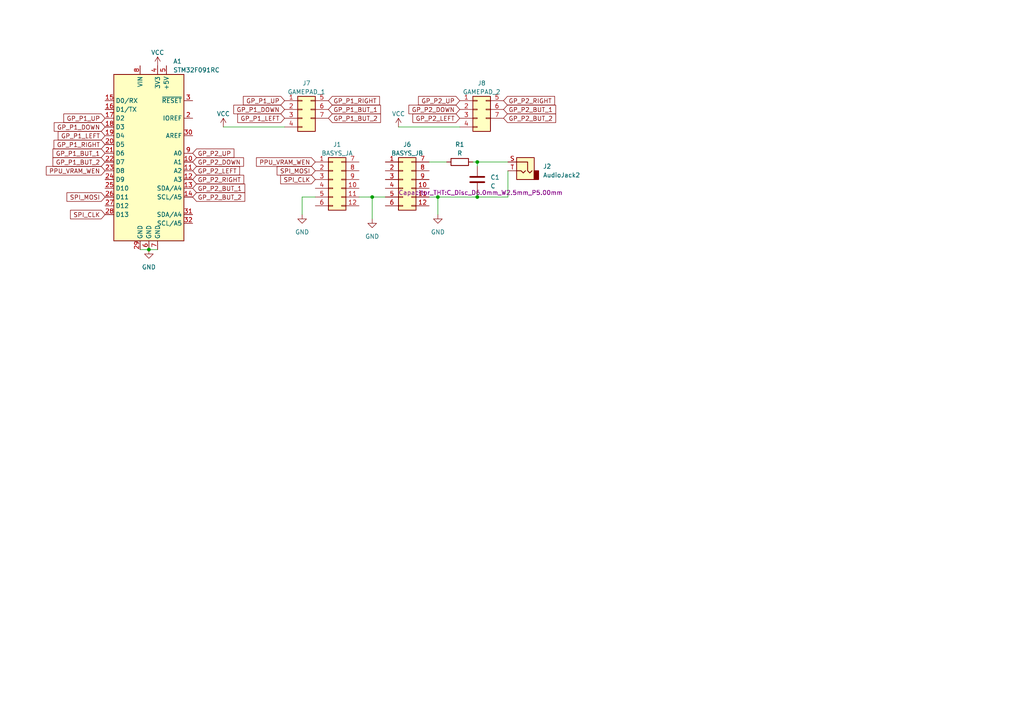
<source format=kicad_sch>
(kicad_sch (version 20230121) (generator eeschema)
  (paper "A4")
  (lib_symbols
    (symbol "Connector_Audio:AudioJack2"
      (property "Reference" "J" (at 0 8.89 0))
      (property "Value" "AudioJack2" (at 0 6.35 0))
      (symbol "AudioJack2_0_1"
        (rectangle (start -3.81 0) (end -2.54 -2.54) (stroke (width 0.254)) (fill (type outline)))
        (rectangle (start -2.54 3.81) (end 2.54 -2.54) (stroke (width 0.254)) (fill (type background)))
        (polyline (pts (xy 0 0) (xy 0.635 -0.635) (xy 1.27 0) (xy 2.54 0)) (stroke (width 0.254)))
        (polyline (pts (xy 2.54 2.54) (xy -0.635 2.54) (xy -0.635 0) (xy -1.27 -0.635) (xy -1.905 0)) (stroke (width 0.254)))
      )
      (symbol "AudioJack2_1_1"
        (pin passive line (at 5.08 2.54 180) (length 2.54) (name "~") (number "S"))
        (pin passive line (at 5.08 0 180) (length 2.54) (name "~") (number "T"))
      )
    )
    (symbol "Connector_Generic:Conn_02x04_Top_Bottom" (pin_names (offset 1.016) hide)
      (property "Reference" "J7" (at 1.27 7.62 0))
      (property "Value" "Conn_02x04_Top_Bottom" (at 1.27 5.08 0))
      (symbol "Conn_02x04_Top_Bottom_1_1"
        (rectangle (start -1.27 -4.953) (end 0 -5.207) (stroke (width 0.1524)))
        (rectangle (start -1.27 -2.413) (end 0 -2.667) (stroke (width 0.1524)))
        (rectangle (start -1.27 0.127) (end 0 -0.127) (stroke (width 0.1524)))
        (rectangle (start -1.27 2.667) (end 0 2.413) (stroke (width 0.1524)))
        (rectangle (start -1.27 3.81) (end 3.81 -6.35) (stroke (width 0.254)) (fill (type background)))
        (rectangle (start 3.81 -2.413) (end 2.54 -2.667) (stroke (width 0.1524)))
        (rectangle (start 3.81 0.127) (end 2.54 -0.127) (stroke (width 0.1524)))
        (rectangle (start 3.81 2.667) (end 2.54 2.413) (stroke (width 0.1524)))
        (pin output line (at -5.08 2.54 0) (length 3.81) (name "UP") (number "1"))
        (pin output line (at -5.08 0 0) (length 3.81) (name "DOWN") (number "2"))
        (pin output line (at -5.08 -2.54 0) (length 3.81) (name "LEFT") (number "3"))
        (pin input line (at -5.08 -5.08 0) (length 3.81) (name "VCC") (number "4"))
        (pin output line (at 7.62 2.54 180) (length 3.81) (name "RIGHT") (number "5"))
        (pin output line (at 7.62 0 180) (length 3.81) (name "PRIMARY") (number "6"))
        (pin output line (at 7.62 -2.54 180) (length 3.81) (name "SECONDARY") (number "7"))
      )
    )
    (symbol "Connector_Generic:Conn_02x06_Top_Bottom" (pin_names (offset 1.016) hide)
      (property "Reference" "J" (at 1.27 7.62 0))
      (property "Value" "Conn_02x06_Top_Bottom" (at 1.27 -10.16 0))
      (symbol "Conn_02x06_Top_Bottom_1_1"
        (rectangle (start -1.27 -7.493) (end 0 -7.747) (stroke (width 0.1524)))
        (rectangle (start -1.27 -4.953) (end 0 -5.207) (stroke (width 0.1524)))
        (rectangle (start -1.27 -2.413) (end 0 -2.667) (stroke (width 0.1524)))
        (rectangle (start -1.27 0.127) (end 0 -0.127) (stroke (width 0.1524)))
        (rectangle (start -1.27 2.667) (end 0 2.413) (stroke (width 0.1524)))
        (rectangle (start -1.27 5.207) (end 0 4.953) (stroke (width 0.1524)))
        (rectangle (start -1.27 6.35) (end 3.81 -8.89) (stroke (width 0.254)) (fill (type background)))
        (rectangle (start 3.81 -7.493) (end 2.54 -7.747) (stroke (width 0.1524)))
        (rectangle (start 3.81 -4.953) (end 2.54 -5.207) (stroke (width 0.1524)))
        (rectangle (start 3.81 -2.413) (end 2.54 -2.667) (stroke (width 0.1524)))
        (rectangle (start 3.81 0.127) (end 2.54 -0.127) (stroke (width 0.1524)))
        (rectangle (start 3.81 2.667) (end 2.54 2.413) (stroke (width 0.1524)))
        (rectangle (start 3.81 5.207) (end 2.54 4.953) (stroke (width 0.1524)))
        (pin passive line (at -5.08 5.08 0) (length 3.81) (name "Pin_1") (number "1"))
        (pin passive line (at 7.62 -2.54 180) (length 3.81) (name "Pin_10") (number "10"))
        (pin passive line (at 7.62 -5.08 180) (length 3.81) (name "Pin_11") (number "11"))
        (pin passive line (at 7.62 -7.62 180) (length 3.81) (name "Pin_12") (number "12"))
        (pin passive line (at -5.08 2.54 0) (length 3.81) (name "Pin_2") (number "2"))
        (pin passive line (at -5.08 0 0) (length 3.81) (name "Pin_3") (number "3"))
        (pin passive line (at -5.08 -2.54 0) (length 3.81) (name "Pin_4") (number "4"))
        (pin passive line (at -5.08 -5.08 0) (length 3.81) (name "Pin_5") (number "5"))
        (pin passive line (at -5.08 -7.62 0) (length 3.81) (name "Pin_6") (number "6"))
        (pin passive line (at 7.62 5.08 180) (length 3.81) (name "Pin_7") (number "7"))
        (pin passive line (at 7.62 2.54 180) (length 3.81) (name "Pin_8") (number "8"))
        (pin passive line (at 7.62 0 180) (length 3.81) (name "Pin_9") (number "9"))
      )
    )
    (symbol "Device:C" (pin_numbers hide) (pin_names (offset 0.254))
      (property "Reference" "C" (at 0.635 2.54 0))
      (property "Value" "C" (at 0.635 -2.54 0))
      (symbol "C_0_1"
        (polyline (pts (xy -2.032 -0.762) (xy 2.032 -0.762)) (stroke (width 0.508)))
        (polyline (pts (xy -2.032 0.762) (xy 2.032 0.762)) (stroke (width 0.508)))
      )
      (symbol "C_1_1"
        (pin passive line (at 0 3.81 270) (length 2.794) (name "~") (number "1"))
        (pin passive line (at 0 -3.81 90) (length 2.794) (name "~") (number "2"))
      )
    )
    (symbol "Device:R" (pin_numbers hide) (pin_names (offset 0))
      (property "Reference" "R" (at 2.032 0 90))
      (property "Value" "R" (at 0 0 90))
      (symbol "R_0_1"
        (rectangle (start -1.016 -2.54) (end 1.016 2.54) (stroke (width 0.254)))
      )
      (symbol "R_1_1"
        (pin passive line (at 0 3.81 270) (length 1.27) (name "~") (number "1"))
        (pin passive line (at 0 -3.81 90) (length 1.27) (name "~") (number "2"))
      )
    )
    (symbol "MCU_Module:Arduino_UNO_R3"
      (property "Reference" "A" (at -10.16 23.495 0))
      (property "Value" "Arduino_UNO_R3" (at 5.08 -26.67 0))
      (symbol "Arduino_UNO_R3_0_1"
        (rectangle (start -10.16 22.86) (end 10.16 -25.4) (stroke (width 0.254)) (fill (type background)))
      )
      (symbol "Arduino_UNO_R3_1_1"
        (pin no_connect line (at -10.16 -20.32 0) (length 2.54) hide (name "NC") (number "1"))
        (pin bidirectional line (at 12.7 -2.54 180) (length 2.54) (name "A1") (number "10"))
        (pin bidirectional line (at 12.7 -5.08 180) (length 2.54) (name "A2") (number "11"))
        (pin bidirectional line (at 12.7 -7.62 180) (length 2.54) (name "A3") (number "12"))
        (pin bidirectional line (at 12.7 -10.16 180) (length 2.54) (name "SDA/A4") (number "13"))
        (pin bidirectional line (at 12.7 -12.7 180) (length 2.54) (name "SCL/A5") (number "14"))
        (pin bidirectional line (at -12.7 15.24 0) (length 2.54) (name "D0/RX") (number "15"))
        (pin bidirectional line (at -12.7 12.7 0) (length 2.54) (name "D1/TX") (number "16"))
        (pin bidirectional line (at -12.7 10.16 0) (length 2.54) (name "D2") (number "17"))
        (pin bidirectional line (at -12.7 7.62 0) (length 2.54) (name "D3") (number "18"))
        (pin bidirectional line (at -12.7 5.08 0) (length 2.54) (name "D4") (number "19"))
        (pin output line (at 12.7 10.16 180) (length 2.54) (name "IOREF") (number "2"))
        (pin bidirectional line (at -12.7 2.54 0) (length 2.54) (name "D5") (number "20"))
        (pin bidirectional line (at -12.7 0 0) (length 2.54) (name "D6") (number "21"))
        (pin bidirectional line (at -12.7 -2.54 0) (length 2.54) (name "D7") (number "22"))
        (pin bidirectional line (at -12.7 -5.08 0) (length 2.54) (name "D8") (number "23"))
        (pin bidirectional line (at -12.7 -7.62 0) (length 2.54) (name "D9") (number "24"))
        (pin bidirectional line (at -12.7 -10.16 0) (length 2.54) (name "D10") (number "25"))
        (pin bidirectional line (at -12.7 -12.7 0) (length 2.54) (name "D11") (number "26"))
        (pin bidirectional line (at -12.7 -15.24 0) (length 2.54) (name "D12") (number "27"))
        (pin bidirectional line (at -12.7 -17.78 0) (length 2.54) (name "D13") (number "28"))
        (pin power_in line (at -2.54 -27.94 90) (length 2.54) (name "GND") (number "29"))
        (pin input line (at 12.7 15.24 180) (length 2.54) (name "~{RESET}") (number "3"))
        (pin input line (at 12.7 5.08 180) (length 2.54) (name "AREF") (number "30"))
        (pin bidirectional line (at 12.7 -17.78 180) (length 2.54) (name "SDA/A4") (number "31"))
        (pin bidirectional line (at 12.7 -20.32 180) (length 2.54) (name "SCL/A5") (number "32"))
        (pin power_out line (at 2.54 25.4 270) (length 2.54) (name "3V3") (number "4"))
        (pin power_out line (at 5.08 25.4 270) (length 2.54) (name "+5V") (number "5"))
        (pin power_in line (at 0 -27.94 90) (length 2.54) (name "GND") (number "6"))
        (pin power_in line (at 2.54 -27.94 90) (length 2.54) (name "GND") (number "7"))
        (pin power_in line (at -2.54 25.4 270) (length 2.54) (name "VIN") (number "8"))
        (pin bidirectional line (at 12.7 0 180) (length 2.54) (name "A0") (number "9"))
      )
    )
    (symbol "power:GND" (power) (pin_names (offset 0))
      (property "Value" "GND" (at 0 -3.81 0))
      (symbol "GND_0_1"
        (polyline (pts (xy 0 0) (xy 0 -1.27) (xy 1.27 -1.27) (xy 0 -2.54) (xy -1.27 -1.27) (xy 0 -1.27)))
      )
      (symbol "GND_1_1"
        (pin power_in line (at 0 0 270) (length 0) hide (name "GND") (number "1"))
      )
    )
    (symbol "power:VCC" (power) (pin_names (offset 0))
      (property "Value" "VCC" (at 0 3.81 0))
      (symbol "VCC_0_1"
        (polyline (pts (xy -0.762 1.27) (xy 0 2.54)))
        (polyline (pts (xy 0 0) (xy 0 2.54)))
        (polyline (pts (xy 0 2.54) (xy 0.762 1.27)))
      )
      (symbol "VCC_1_1"
        (pin power_in line (at 0 0 90) (length 0) hide (name "VCC") (number "1"))
      )
    )
  )
  (junction (at 107.95 57.15))
  (junction (at 138.43 57.15))
  (junction (at 43.18 72.39))
  (junction (at 138.43 46.99))
  (junction (at 127 57.15))
  (wire (pts (xy 138.43 57.15) (xy 138.43 55.88)))
  (wire (pts (xy 87.63 57.15) (xy 91.44 57.15)))
  (wire (pts (xy 127 57.15) (xy 127 62.23)))
  (wire (pts (xy 137.16 46.99) (xy 138.43 46.99)))
  (wire (pts (xy 107.95 57.15) (xy 107.95 63.5)))
  (wire (pts (xy 138.43 48.26) (xy 138.43 46.99)))
  (wire (pts (xy 43.18 72.39) (xy 45.72 72.39)))
  (wire (pts (xy 138.43 57.15) (xy 147.32 57.15)))
  (wire (pts (xy 147.32 46.99) (xy 138.43 46.99)))
  (wire (pts (xy 115.57 36.83) (xy 133.35 36.83)))
  (wire (pts (xy 124.46 46.99) (xy 129.54 46.99)))
  (wire (pts (xy 40.64 72.39) (xy 43.18 72.39)))
  (wire (pts (xy 127 57.15) (xy 138.43 57.15)))
  (wire (pts (xy 107.95 57.15) (xy 111.76 57.15)))
  (wire (pts (xy 147.32 57.15) (xy 147.32 49.53)))
  (wire (pts (xy 87.63 57.15) (xy 87.63 62.23)))
  (wire (pts (xy 104.14 57.15) (xy 107.95 57.15)))
  (wire (pts (xy 64.77 36.83) (xy 82.55 36.83)))
  (wire (pts (xy 124.46 57.15) (xy 127 57.15)))
  (global_label "GP_P2_LEFT" (shape input) (at 133.35 34.29 180) (property "Intersheetrefs" "${INTERSHEET_REFS}" (effects hide)))
  (global_label "GP_P1_LEFT" (shape input) (at 30.48 39.37 180) (property "Intersheetrefs" "${INTERSHEET_REFS}" (effects hide)))
  (global_label "GP_P1_BUT_2" (shape input) (at 95.25 34.29 0) (property "Intersheetrefs" "${INTERSHEET_REFS}" (effects hide)))
  (global_label "GP_P1_RIGHT" (shape input) (at 30.48 41.91 180) (property "Intersheetrefs" "${INTERSHEET_REFS}" (effects hide)))
  (global_label "GP_P1_DOWN" (shape input) (at 30.48 36.83 180) (property "Intersheetrefs" "${INTERSHEET_REFS}" (effects hide)))
  (global_label "PPU_VRAM_WEN" (shape input) (at 30.48 49.53 180) (property "Intersheetrefs" "${INTERSHEET_REFS}" (effects hide)))
  (global_label "GP_P1_BUT_1" (shape input) (at 30.48 44.45 180) (property "Intersheetrefs" "${INTERSHEET_REFS}" (effects hide)))
  (global_label "GP_P1_RIGHT" (shape input) (at 95.25 29.21 0) (property "Intersheetrefs" "${INTERSHEET_REFS}" (effects hide)))
  (global_label "GP_P2_DOWN" (shape input) (at 55.88 46.99 0) (property "Intersheetrefs" "${INTERSHEET_REFS}" (effects hide)))
  (global_label "GP_P2_RIGHT" (shape input) (at 55.88 52.07 0) (property "Intersheetrefs" "${INTERSHEET_REFS}" (effects hide)))
  (global_label "GP_P2_LEFT" (shape input) (at 55.88 49.53 0) (property "Intersheetrefs" "${INTERSHEET_REFS}" (effects hide)))
  (global_label "GP_P2_UP" (shape input) (at 133.35 29.21 180) (property "Intersheetrefs" "${INTERSHEET_REFS}" (effects hide)))
  (global_label "GP_P1_LEFT" (shape input) (at 82.55 34.29 180) (property "Intersheetrefs" "${INTERSHEET_REFS}" (effects hide)))
  (global_label "GP_P1_UP" (shape input) (at 82.55 29.21 180) (property "Intersheetrefs" "${INTERSHEET_REFS}" (effects hide)))
  (global_label "SPI_CLK" (shape input) (at 91.44 52.07 180) (property "Intersheetrefs" "${INTERSHEET_REFS}" (effects hide)))
  (global_label "GP_P1_BUT_1" (shape input) (at 95.25 31.75 0) (property "Intersheetrefs" "${INTERSHEET_REFS}" (effects hide)))
  (global_label "SPI_MOSI" (shape input) (at 30.48 57.15 180) (property "Intersheetrefs" "${INTERSHEET_REFS}" (effects hide)))
  (global_label "GP_P1_UP" (shape input) (at 30.48 34.29 180) (property "Intersheetrefs" "${INTERSHEET_REFS}" (effects hide)))
  (global_label "GP_P2_DOWN" (shape input) (at 133.35 31.75 180) (property "Intersheetrefs" "${INTERSHEET_REFS}" (effects hide)))
  (global_label "GP_P2_UP" (shape input) (at 55.88 44.45 0) (property "Intersheetrefs" "${INTERSHEET_REFS}" (effects hide)))
  (global_label "GP_P1_DOWN" (shape input) (at 82.55 31.75 180) (property "Intersheetrefs" "${INTERSHEET_REFS}" (effects hide)))
  (global_label "GP_P2_RIGHT" (shape input) (at 146.05 29.21 0) (property "Intersheetrefs" "${INTERSHEET_REFS}" (effects hide)))
  (global_label "GP_P2_BUT_1" (shape input) (at 55.88 54.61 0) (property "Intersheetrefs" "${INTERSHEET_REFS}" (effects hide)))
  (global_label "GP_P1_BUT_2" (shape input) (at 30.48 46.99 180) (property "Intersheetrefs" "${INTERSHEET_REFS}" (effects hide)))
  (global_label "SPI_MOSI" (shape input) (at 91.44 49.53 180) (property "Intersheetrefs" "${INTERSHEET_REFS}" (effects hide)))
  (global_label "PPU_VRAM_WEN" (shape input) (at 91.44 46.99 180) (property "Intersheetrefs" "${INTERSHEET_REFS}" (effects hide)))
  (global_label "SPI_CLK" (shape input) (at 30.48 62.23 180) (property "Intersheetrefs" "${INTERSHEET_REFS}" (effects hide)))
  (global_label "GP_P2_BUT_2" (shape input) (at 55.88 57.15 0) (property "Intersheetrefs" "${INTERSHEET_REFS}" (effects hide)))
  (global_label "GP_P2_BUT_2" (shape input) (at 146.05 34.29 0) (property "Intersheetrefs" "${INTERSHEET_REFS}" (effects hide)))
  (global_label "GP_P2_BUT_1" (shape input) (at 146.05 31.75 0) (property "Intersheetrefs" "${INTERSHEET_REFS}" (effects hide)))
  (symbol (lib_id "power:GND") (at 127 62.23 0) (unit 1)
    (property "Reference" "#PWR06" (effects hide))
    (property "Value" "GND" (at 127 67.31 0))
  )
  (symbol (lib_id "power:VCC") (at 115.57 36.83 0) (unit 1)
    (property "Reference" "#PWR02" (effects hide))
    (property "Value" "VCC" (at 115.57 33.02 0))
  )
  (symbol (lib_id "power:VCC") (at 45.72 19.05 0) (unit 1)
    (property "Reference" "#PWR04" (effects hide))
    (property "Value" "VCC" (at 45.72 15.24 0))
  )
  (symbol (lib_id "Connector_Audio:AudioJack2") (at 152.4 49.53 0) (mirror y) (unit 1)
    (property "Reference" "J2" (at 157.48 48.26 0) (effects (justify right)))
    (property "Value" "AudioJack2" (at 157.48 50.8 0) (effects (justify right)))
    (property "Footprint" "Connector_Audio:Jack_3.5mm_CUI_SJ1-3523N_Horizontal" (effects hide))
  )
  (symbol (lib_id "power:VCC") (at 64.77 36.83 0) (unit 1)
    (property "Reference" "#PWR01" (effects hide))
    (property "Value" "VCC" (at 64.77 33.02 0))
  )
  (symbol (lib_id "Connector_Generic:Conn_02x06_Top_Bottom") (at 96.52 52.07 0) (unit 1)
    (property "Reference" "J1" (at 97.79 41.91 0))
    (property "Value" "BASYS_JA" (at 97.79 44.45 0))
    (property "Footprint" "Connector_PinHeader_2.54mm:PinHeader_2x06_P2.54mm_Vertical" (effects hide))
  )
  (symbol (lib_id "Device:R") (at 133.35 46.99 90) (unit 1)
    (property "Reference" "R1" (at 133.35 41.91 90))
    (property "Value" "R" (at 133.35 44.45 90))
    (property "Footprint" "Resistor_THT:R_Axial_DIN0207_L6.3mm_D2.5mm_P7.62mm_Horizontal" (effects hide))
  )
  (symbol (lib_id "power:GND") (at 107.95 63.5 0) (unit 1)
    (property "Reference" "#PWR07" (effects hide))
    (property "Value" "GND" (at 107.95 68.58 0))
  )
  (symbol (lib_id "Device:C") (at 138.43 52.07 0) (unit 1)
    (property "Reference" "C1" (at 142.24 51.435 0) (effects (justify left)))
    (property "Value" "C" (at 142.24 53.975 0) (effects (justify left)))
    (property "Footprint" "Capacitor_THT:C_Disc_D6.0mm_W2.5mm_P5.00mm" (at 139.3952 55.88 0))
  )
  (symbol (lib_id "power:GND") (at 43.18 72.39 0) (unit 1)
    (property "Reference" "#PWR03" (effects hide))
    (property "Value" "GND" (at 43.18 77.47 0))
  )
  (symbol (lib_id "Connector_Generic:Conn_02x04_Top_Bottom") (at 87.63 31.75 0) (unit 1)
    (property "Reference" "J7" (at 88.9 24.13 0))
    (property "Value" "GAMEPAD_1" (at 88.9 26.67 0))
    (property "Footprint" "Connector_PinHeader_2.54mm:PinHeader_2x04_P2.54mm_Vertical" (effects hide))
  )
  (symbol (lib_id "Connector_Generic:Conn_02x04_Top_Bottom") (at 138.43 31.75 0) (unit 1)
    (property "Reference" "J8" (at 139.7 24.13 0))
    (property "Value" "GAMEPAD_2" (at 139.7 26.67 0))
    (property "Footprint" "Connector_PinHeader_2.54mm:PinHeader_2x04_P2.54mm_Vertical" (effects hide))
  )
  (symbol (lib_id "MCU_Module:Arduino_UNO_R3") (at 43.18 44.45 0) (unit 1)
    (property "Reference" "A1" (at 50.2159 17.78 0) (effects (justify left)))
    (property "Value" "STM32F091RC" (at 50.2159 20.32 0) (effects (justify left)))
    (property "Footprint" "Module:Arduino_UNO_R3" (effects hide))
  )
  (symbol (lib_id "power:GND") (at 87.63 62.23 0) (unit 1)
    (property "Reference" "#PWR05" (effects hide))
    (property "Value" "GND" (at 87.63 67.31 0))
  )
  (symbol (lib_id "Connector_Generic:Conn_02x06_Top_Bottom") (at 116.84 52.07 0) (unit 1)
    (property "Reference" "J6" (at 118.11 41.91 0))
    (property "Value" "BASYS_JB" (at 118.11 44.45 0))
    (property "Footprint" "Connector_PinHeader_2.54mm:PinHeader_2x06_P2.54mm_Vertical" (effects hide))
  )
)
</source>
